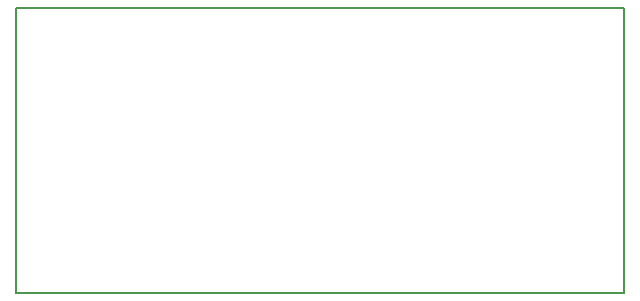
<source format=gbr>
G04 #@! TF.GenerationSoftware,KiCad,Pcbnew,(5.0.1)-3*
G04 #@! TF.CreationDate,2018-12-13T01:42:54-05:00*
G04 #@! TF.ProjectId,miniflex,6D696E69666C65782E6B696361645F70,rev?*
G04 #@! TF.SameCoordinates,Original*
G04 #@! TF.FileFunction,Profile,NP*
%FSLAX46Y46*%
G04 Gerber Fmt 4.6, Leading zero omitted, Abs format (unit mm)*
G04 Created by KiCad (PCBNEW (5.0.1)-3) date 12/13/2018 1:42:54 AM*
%MOMM*%
%LPD*%
G01*
G04 APERTURE LIST*
%ADD10C,0.150000*%
G04 APERTURE END LIST*
D10*
X67945000Y-101600000D02*
X88265000Y-101600000D01*
X67945000Y-77470000D02*
X67945000Y-101600000D01*
X87630000Y-77470000D02*
X67945000Y-77470000D01*
X119380000Y-77470000D02*
X92710000Y-77470000D01*
X119380000Y-101600000D02*
X119380000Y-77470000D01*
X87630000Y-101600000D02*
X119380000Y-101600000D01*
X92710000Y-77470000D02*
X87630000Y-77470000D01*
M02*

</source>
